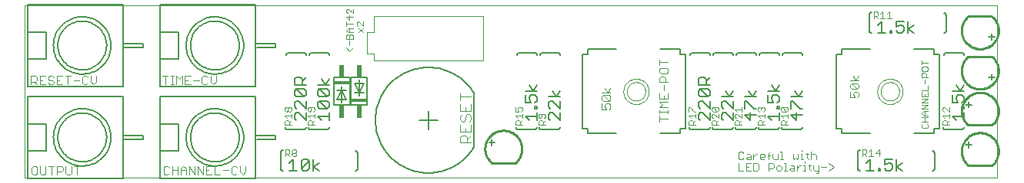
<source format=gto>
G75*
%MOIN*%
%OFA0B0*%
%FSLAX24Y24*%
%IPPOS*%
%LPD*%
%AMOC8*
5,1,8,0,0,1.08239X$1,22.5*
%
%ADD10C,0.0010*%
%ADD11C,0.0020*%
%ADD12C,0.0030*%
%ADD13C,0.0080*%
%ADD14C,0.0050*%
%ADD15C,0.0060*%
%ADD16R,0.0700X0.0150*%
%ADD17R,0.0200X0.0550*%
%ADD18C,0.0040*%
%ADD19C,0.0100*%
%ADD20C,0.0031*%
%ADD21C,0.0024*%
D10*
X007994Y004807D02*
X050120Y004807D01*
X050120Y012287D01*
X007994Y012287D01*
X007994Y004807D01*
D11*
X021938Y010484D02*
X022079Y010297D01*
X022219Y010484D01*
X022079Y010573D02*
X022079Y010760D01*
X022079Y010849D02*
X022079Y010989D01*
X022125Y011036D01*
X022172Y011036D01*
X022219Y010989D01*
X022219Y010849D01*
X021938Y010849D01*
X021938Y010989D01*
X021985Y011036D01*
X022032Y011036D01*
X022079Y010989D01*
X022079Y011125D02*
X022079Y011312D01*
X022032Y011312D02*
X022219Y011312D01*
X022219Y011495D02*
X021938Y011495D01*
X021938Y011402D02*
X021938Y011588D01*
X022079Y011678D02*
X022079Y011865D01*
X021985Y011954D02*
X021938Y012001D01*
X021938Y012094D01*
X021985Y012141D01*
X022032Y012141D01*
X022219Y011954D01*
X022219Y012141D01*
X022219Y011818D02*
X021938Y011818D01*
X022079Y011678D01*
X022388Y011542D02*
X022388Y011448D01*
X022435Y011402D01*
X022482Y011312D02*
X022669Y011125D01*
X022482Y011125D02*
X022669Y011312D01*
X022669Y011402D02*
X022482Y011588D01*
X022435Y011588D01*
X022388Y011542D01*
X022669Y011588D02*
X022669Y011402D01*
X022032Y011312D02*
X021938Y011219D01*
X022032Y011125D01*
X022219Y011125D01*
X034094Y008557D02*
X034096Y008597D01*
X034102Y008636D01*
X034112Y008675D01*
X034125Y008712D01*
X034143Y008748D01*
X034164Y008782D01*
X034188Y008814D01*
X034215Y008843D01*
X034245Y008870D01*
X034277Y008893D01*
X034312Y008913D01*
X034348Y008929D01*
X034386Y008942D01*
X034425Y008951D01*
X034464Y008956D01*
X034504Y008957D01*
X034544Y008954D01*
X034583Y008947D01*
X034621Y008936D01*
X034659Y008922D01*
X034694Y008903D01*
X034727Y008882D01*
X034759Y008857D01*
X034787Y008829D01*
X034813Y008799D01*
X034835Y008766D01*
X034854Y008731D01*
X034870Y008694D01*
X034882Y008656D01*
X034890Y008617D01*
X034894Y008577D01*
X034894Y008537D01*
X034890Y008497D01*
X034882Y008458D01*
X034870Y008420D01*
X034854Y008383D01*
X034835Y008348D01*
X034813Y008315D01*
X034787Y008285D01*
X034759Y008257D01*
X034727Y008232D01*
X034694Y008211D01*
X034659Y008192D01*
X034621Y008178D01*
X034583Y008167D01*
X034544Y008160D01*
X034504Y008157D01*
X034464Y008158D01*
X034425Y008163D01*
X034386Y008172D01*
X034348Y008185D01*
X034312Y008201D01*
X034277Y008221D01*
X034245Y008244D01*
X034215Y008271D01*
X034188Y008300D01*
X034164Y008332D01*
X034143Y008366D01*
X034125Y008402D01*
X034112Y008439D01*
X034102Y008478D01*
X034096Y008517D01*
X034094Y008557D01*
X033944Y008557D02*
X033946Y008604D01*
X033952Y008650D01*
X033962Y008696D01*
X033975Y008740D01*
X033993Y008784D01*
X034014Y008825D01*
X034038Y008865D01*
X034066Y008903D01*
X034097Y008938D01*
X034131Y008970D01*
X034167Y008999D01*
X034206Y009025D01*
X034246Y009048D01*
X034289Y009067D01*
X034333Y009083D01*
X034378Y009095D01*
X034424Y009103D01*
X034471Y009107D01*
X034517Y009107D01*
X034564Y009103D01*
X034610Y009095D01*
X034655Y009083D01*
X034699Y009067D01*
X034742Y009048D01*
X034782Y009025D01*
X034821Y008999D01*
X034857Y008970D01*
X034891Y008938D01*
X034922Y008903D01*
X034950Y008865D01*
X034974Y008825D01*
X034995Y008784D01*
X035013Y008740D01*
X035026Y008696D01*
X035036Y008650D01*
X035042Y008604D01*
X035044Y008557D01*
X035042Y008510D01*
X035036Y008464D01*
X035026Y008418D01*
X035013Y008374D01*
X034995Y008330D01*
X034974Y008289D01*
X034950Y008249D01*
X034922Y008211D01*
X034891Y008176D01*
X034857Y008144D01*
X034821Y008115D01*
X034782Y008089D01*
X034742Y008066D01*
X034699Y008047D01*
X034655Y008031D01*
X034610Y008019D01*
X034564Y008011D01*
X034517Y008007D01*
X034471Y008007D01*
X034424Y008011D01*
X034378Y008019D01*
X034333Y008031D01*
X034289Y008047D01*
X034246Y008066D01*
X034206Y008089D01*
X034167Y008115D01*
X034131Y008144D01*
X034097Y008176D01*
X034066Y008211D01*
X034038Y008249D01*
X034014Y008289D01*
X033993Y008330D01*
X033975Y008374D01*
X033962Y008418D01*
X033952Y008464D01*
X033946Y008510D01*
X033944Y008557D01*
X045094Y008557D02*
X045096Y008597D01*
X045102Y008636D01*
X045112Y008675D01*
X045125Y008712D01*
X045143Y008748D01*
X045164Y008782D01*
X045188Y008814D01*
X045215Y008843D01*
X045245Y008870D01*
X045277Y008893D01*
X045312Y008913D01*
X045348Y008929D01*
X045386Y008942D01*
X045425Y008951D01*
X045464Y008956D01*
X045504Y008957D01*
X045544Y008954D01*
X045583Y008947D01*
X045621Y008936D01*
X045659Y008922D01*
X045694Y008903D01*
X045727Y008882D01*
X045759Y008857D01*
X045787Y008829D01*
X045813Y008799D01*
X045835Y008766D01*
X045854Y008731D01*
X045870Y008694D01*
X045882Y008656D01*
X045890Y008617D01*
X045894Y008577D01*
X045894Y008537D01*
X045890Y008497D01*
X045882Y008458D01*
X045870Y008420D01*
X045854Y008383D01*
X045835Y008348D01*
X045813Y008315D01*
X045787Y008285D01*
X045759Y008257D01*
X045727Y008232D01*
X045694Y008211D01*
X045659Y008192D01*
X045621Y008178D01*
X045583Y008167D01*
X045544Y008160D01*
X045504Y008157D01*
X045464Y008158D01*
X045425Y008163D01*
X045386Y008172D01*
X045348Y008185D01*
X045312Y008201D01*
X045277Y008221D01*
X045245Y008244D01*
X045215Y008271D01*
X045188Y008300D01*
X045164Y008332D01*
X045143Y008366D01*
X045125Y008402D01*
X045112Y008439D01*
X045102Y008478D01*
X045096Y008517D01*
X045094Y008557D01*
X044944Y008557D02*
X044946Y008604D01*
X044952Y008650D01*
X044962Y008696D01*
X044975Y008740D01*
X044993Y008784D01*
X045014Y008825D01*
X045038Y008865D01*
X045066Y008903D01*
X045097Y008938D01*
X045131Y008970D01*
X045167Y008999D01*
X045206Y009025D01*
X045246Y009048D01*
X045289Y009067D01*
X045333Y009083D01*
X045378Y009095D01*
X045424Y009103D01*
X045471Y009107D01*
X045517Y009107D01*
X045564Y009103D01*
X045610Y009095D01*
X045655Y009083D01*
X045699Y009067D01*
X045742Y009048D01*
X045782Y009025D01*
X045821Y008999D01*
X045857Y008970D01*
X045891Y008938D01*
X045922Y008903D01*
X045950Y008865D01*
X045974Y008825D01*
X045995Y008784D01*
X046013Y008740D01*
X046026Y008696D01*
X046036Y008650D01*
X046042Y008604D01*
X046044Y008557D01*
X046042Y008510D01*
X046036Y008464D01*
X046026Y008418D01*
X046013Y008374D01*
X045995Y008330D01*
X045974Y008289D01*
X045950Y008249D01*
X045922Y008211D01*
X045891Y008176D01*
X045857Y008144D01*
X045821Y008115D01*
X045782Y008089D01*
X045742Y008066D01*
X045699Y008047D01*
X045655Y008031D01*
X045610Y008019D01*
X045564Y008011D01*
X045517Y008007D01*
X045471Y008007D01*
X045424Y008011D01*
X045378Y008019D01*
X045333Y008031D01*
X045289Y008047D01*
X045246Y008066D01*
X045206Y008089D01*
X045167Y008115D01*
X045131Y008144D01*
X045097Y008176D01*
X045066Y008211D01*
X045038Y008249D01*
X045014Y008289D01*
X044993Y008330D01*
X044975Y008374D01*
X044962Y008418D01*
X044952Y008464D01*
X044946Y008510D01*
X044944Y008557D01*
X046866Y008527D02*
X046866Y008340D01*
X047146Y008340D01*
X047146Y008527D01*
X047146Y008617D02*
X046866Y008617D01*
X047006Y008434D02*
X047006Y008340D01*
X047146Y008251D02*
X046866Y008251D01*
X046866Y008064D02*
X047146Y008251D01*
X047146Y008064D02*
X046866Y008064D01*
X046866Y007975D02*
X047146Y007975D01*
X046866Y007788D01*
X047146Y007788D01*
X047146Y007698D02*
X046959Y007698D01*
X046866Y007605D01*
X046959Y007512D01*
X047146Y007512D01*
X047146Y007422D02*
X046866Y007422D01*
X047006Y007422D02*
X047006Y007235D01*
X047099Y007146D02*
X047146Y007099D01*
X047146Y007006D01*
X047099Y006959D01*
X046912Y006959D01*
X046866Y007006D01*
X046866Y007099D01*
X046912Y007146D01*
X046866Y007235D02*
X047146Y007235D01*
X047006Y007512D02*
X047006Y007698D01*
X047146Y008617D02*
X047146Y008803D01*
X047006Y008893D02*
X047006Y009080D01*
X047052Y009169D02*
X047052Y009309D01*
X047006Y009356D01*
X046912Y009356D01*
X046866Y009309D01*
X046866Y009169D01*
X047146Y009169D01*
X047099Y009445D02*
X046912Y009445D01*
X046866Y009492D01*
X046866Y009585D01*
X046912Y009632D01*
X047099Y009632D01*
X047146Y009585D01*
X047146Y009492D01*
X047099Y009445D01*
X046866Y009722D02*
X046866Y009908D01*
X046866Y009815D02*
X047146Y009815D01*
D12*
X044139Y009222D02*
X044015Y009036D01*
X043892Y009222D01*
X043768Y009036D02*
X044139Y009036D01*
X044077Y008915D02*
X044139Y008853D01*
X044139Y008730D01*
X044077Y008668D01*
X043830Y008915D01*
X044077Y008915D01*
X043830Y008915D02*
X043768Y008853D01*
X043768Y008730D01*
X043830Y008668D01*
X044077Y008668D01*
X044077Y008547D02*
X044139Y008485D01*
X044139Y008362D01*
X044077Y008300D01*
X043953Y008300D02*
X043892Y008423D01*
X043892Y008485D01*
X043953Y008547D01*
X044077Y008547D01*
X043953Y008300D02*
X043768Y008300D01*
X043768Y008547D01*
X041060Y007830D02*
X041060Y007734D01*
X041011Y007685D01*
X040818Y007879D01*
X041011Y007879D01*
X041060Y007830D01*
X041011Y007685D02*
X040818Y007685D01*
X040770Y007734D01*
X040770Y007830D01*
X040818Y007879D01*
X040060Y007830D02*
X040060Y007734D01*
X040011Y007685D01*
X040060Y007584D02*
X040060Y007391D01*
X040060Y007487D02*
X039770Y007487D01*
X039866Y007391D01*
X039818Y007289D02*
X039915Y007289D01*
X039963Y007241D01*
X039963Y007096D01*
X039963Y007193D02*
X040060Y007289D01*
X040060Y007096D02*
X039770Y007096D01*
X039770Y007241D01*
X039818Y007289D01*
X039060Y007289D02*
X038963Y007193D01*
X038963Y007241D02*
X038963Y007096D01*
X039060Y007096D02*
X038770Y007096D01*
X038770Y007241D01*
X038818Y007289D01*
X038915Y007289D01*
X038963Y007241D01*
X039060Y007391D02*
X038866Y007584D01*
X038818Y007584D01*
X038770Y007536D01*
X038770Y007439D01*
X038818Y007391D01*
X039060Y007391D02*
X039060Y007584D01*
X039060Y007685D02*
X039060Y007879D01*
X039060Y007782D02*
X038770Y007782D01*
X038866Y007685D01*
X039770Y007734D02*
X039770Y007830D01*
X039818Y007879D01*
X039866Y007879D01*
X039915Y007830D01*
X039963Y007879D01*
X040011Y007879D01*
X040060Y007830D01*
X039915Y007830D02*
X039915Y007782D01*
X039818Y007685D02*
X039770Y007734D01*
X040770Y007487D02*
X040866Y007391D01*
X040818Y007289D02*
X040915Y007289D01*
X040963Y007241D01*
X040963Y007096D01*
X040963Y007193D02*
X041060Y007289D01*
X041060Y007391D02*
X041060Y007584D01*
X041060Y007487D02*
X040770Y007487D01*
X040818Y007289D02*
X040770Y007241D01*
X040770Y007096D01*
X041060Y007096D01*
X038060Y007096D02*
X037770Y007096D01*
X037770Y007241D01*
X037818Y007289D01*
X037915Y007289D01*
X037963Y007241D01*
X037963Y007096D01*
X037963Y007193D02*
X038060Y007289D01*
X038060Y007391D02*
X037866Y007584D01*
X037818Y007584D01*
X037770Y007536D01*
X037770Y007439D01*
X037818Y007391D01*
X038060Y007391D02*
X038060Y007584D01*
X038011Y007685D02*
X037818Y007879D01*
X038011Y007879D01*
X038060Y007830D01*
X038060Y007734D01*
X038011Y007685D01*
X037818Y007685D01*
X037770Y007734D01*
X037770Y007830D01*
X037818Y007879D01*
X037060Y007685D02*
X037011Y007685D01*
X036818Y007879D01*
X036770Y007879D01*
X036770Y007685D01*
X036770Y007487D02*
X037060Y007487D01*
X037060Y007391D02*
X037060Y007584D01*
X036866Y007391D02*
X036770Y007487D01*
X036818Y007289D02*
X036915Y007289D01*
X036963Y007241D01*
X036963Y007096D01*
X036963Y007193D02*
X037060Y007289D01*
X037060Y007096D02*
X036770Y007096D01*
X036770Y007241D01*
X036818Y007289D01*
X035879Y007371D02*
X035508Y007371D01*
X035508Y007248D02*
X035508Y007495D01*
X035508Y007616D02*
X035508Y007740D01*
X035508Y007678D02*
X035879Y007678D01*
X035879Y007616D02*
X035879Y007740D01*
X035879Y007862D02*
X035508Y007862D01*
X035632Y007985D01*
X035508Y008109D01*
X035879Y008109D01*
X035879Y008230D02*
X035879Y008477D01*
X035694Y008598D02*
X035694Y008845D01*
X035755Y008967D02*
X035755Y009152D01*
X035694Y009214D01*
X035570Y009214D01*
X035508Y009152D01*
X035508Y008967D01*
X035879Y008967D01*
X035817Y009335D02*
X035879Y009397D01*
X035879Y009520D01*
X035817Y009582D01*
X035570Y009582D01*
X035508Y009520D01*
X035508Y009397D01*
X035570Y009335D01*
X035817Y009335D01*
X035508Y009703D02*
X035508Y009950D01*
X035508Y009827D02*
X035879Y009827D01*
X033379Y008700D02*
X033255Y008515D01*
X033132Y008700D01*
X033008Y008515D02*
X033379Y008515D01*
X033317Y008393D02*
X033070Y008393D01*
X033317Y008146D01*
X033379Y008208D01*
X033379Y008332D01*
X033317Y008393D01*
X033317Y008146D02*
X033070Y008146D01*
X033008Y008208D01*
X033008Y008332D01*
X033070Y008393D01*
X033008Y008025D02*
X033008Y007778D01*
X033194Y007778D01*
X033132Y007902D01*
X033132Y007963D01*
X033194Y008025D01*
X033317Y008025D01*
X033379Y007963D01*
X033379Y007840D01*
X033317Y007778D01*
X035508Y008230D02*
X035508Y008477D01*
X035694Y008354D02*
X035694Y008230D01*
X035879Y008230D02*
X035508Y008230D01*
X030560Y007536D02*
X030511Y007584D01*
X030318Y007584D01*
X030270Y007536D01*
X030270Y007439D01*
X030318Y007391D01*
X030366Y007391D01*
X030415Y007439D01*
X030415Y007584D01*
X030560Y007536D02*
X030560Y007439D01*
X030511Y007391D01*
X030560Y007289D02*
X030463Y007193D01*
X030463Y007241D02*
X030463Y007096D01*
X030560Y007096D02*
X030270Y007096D01*
X030270Y007241D01*
X030318Y007289D01*
X030415Y007289D01*
X030463Y007241D01*
X029560Y007289D02*
X029463Y007193D01*
X029463Y007241D02*
X029463Y007096D01*
X029560Y007096D02*
X029270Y007096D01*
X029270Y007241D01*
X029318Y007289D01*
X029415Y007289D01*
X029463Y007241D01*
X029366Y007391D02*
X029270Y007487D01*
X029560Y007487D01*
X029560Y007391D02*
X029560Y007584D01*
X029511Y007685D02*
X029560Y007734D01*
X029560Y007830D01*
X029511Y007879D01*
X029415Y007879D01*
X029366Y007830D01*
X029366Y007782D01*
X029415Y007685D01*
X029270Y007685D01*
X029270Y007879D01*
X020560Y007830D02*
X020560Y007734D01*
X020511Y007685D01*
X020415Y007734D02*
X020415Y007879D01*
X020511Y007879D02*
X020318Y007879D01*
X020270Y007830D01*
X020270Y007734D01*
X020318Y007685D01*
X020366Y007685D01*
X020415Y007734D01*
X020560Y007830D02*
X020511Y007879D01*
X020560Y007584D02*
X020560Y007391D01*
X020560Y007487D02*
X020270Y007487D01*
X020366Y007391D01*
X020318Y007289D02*
X020415Y007289D01*
X020463Y007241D01*
X020463Y007096D01*
X020463Y007193D02*
X020560Y007289D01*
X020560Y007096D02*
X020270Y007096D01*
X020270Y007241D01*
X020318Y007289D01*
X019560Y007289D02*
X019463Y007193D01*
X019463Y007241D02*
X019463Y007096D01*
X019560Y007096D02*
X019270Y007096D01*
X019270Y007241D01*
X019318Y007289D01*
X019415Y007289D01*
X019463Y007241D01*
X019366Y007391D02*
X019270Y007487D01*
X019560Y007487D01*
X019560Y007391D02*
X019560Y007584D01*
X019511Y007685D02*
X019463Y007685D01*
X019415Y007734D01*
X019415Y007830D01*
X019463Y007879D01*
X019511Y007879D01*
X019560Y007830D01*
X019560Y007734D01*
X019511Y007685D01*
X019415Y007734D02*
X019366Y007685D01*
X019318Y007685D01*
X019270Y007734D01*
X019270Y007830D01*
X019318Y007879D01*
X019366Y007879D01*
X019415Y007830D01*
X016297Y008985D02*
X016174Y008862D01*
X016050Y008985D01*
X016050Y009232D01*
X015929Y009170D02*
X015867Y009232D01*
X015744Y009232D01*
X015682Y009170D01*
X015682Y008923D01*
X015744Y008862D01*
X015867Y008862D01*
X015929Y008923D01*
X016297Y008985D02*
X016297Y009232D01*
X015561Y009047D02*
X015314Y009047D01*
X015192Y009232D02*
X014945Y009232D01*
X014945Y008862D01*
X015192Y008862D01*
X015069Y009047D02*
X014945Y009047D01*
X014824Y009232D02*
X014824Y008862D01*
X014577Y008862D02*
X014577Y009232D01*
X014701Y009109D01*
X014824Y009232D01*
X014455Y009232D02*
X014332Y009232D01*
X014393Y009232D02*
X014393Y008862D01*
X014332Y008862D02*
X014455Y008862D01*
X014087Y008862D02*
X014087Y009232D01*
X014210Y009232D02*
X013963Y009232D01*
X011107Y009232D02*
X011107Y008985D01*
X010984Y008862D01*
X010860Y008985D01*
X010860Y009232D01*
X010739Y009170D02*
X010677Y009232D01*
X010554Y009232D01*
X010492Y009170D01*
X010492Y008923D01*
X010554Y008862D01*
X010677Y008862D01*
X010739Y008923D01*
X010371Y009047D02*
X010124Y009047D01*
X010002Y009232D02*
X009755Y009232D01*
X009634Y009232D02*
X009387Y009232D01*
X009387Y008862D01*
X009634Y008862D01*
X009511Y009047D02*
X009387Y009047D01*
X009266Y008985D02*
X009266Y008923D01*
X009204Y008862D01*
X009081Y008862D01*
X009019Y008923D01*
X008897Y008862D02*
X008650Y008862D01*
X008650Y009232D01*
X008897Y009232D01*
X009019Y009170D02*
X009019Y009109D01*
X009081Y009047D01*
X009204Y009047D01*
X009266Y008985D01*
X009266Y009170D02*
X009204Y009232D01*
X009081Y009232D01*
X009019Y009170D01*
X008774Y009047D02*
X008650Y009047D01*
X008529Y009047D02*
X008467Y008985D01*
X008282Y008985D01*
X008282Y008862D02*
X008282Y009232D01*
X008467Y009232D01*
X008529Y009170D01*
X008529Y009047D01*
X008406Y008985D02*
X008529Y008862D01*
X009879Y008862D02*
X009879Y009232D01*
X019283Y006031D02*
X019428Y006031D01*
X019476Y005982D01*
X019476Y005886D01*
X019428Y005837D01*
X019283Y005837D01*
X019283Y005741D02*
X019283Y006031D01*
X019380Y005837D02*
X019476Y005741D01*
X019578Y005789D02*
X019626Y005741D01*
X019723Y005741D01*
X019771Y005789D01*
X019771Y005837D01*
X019723Y005886D01*
X019626Y005886D01*
X019578Y005934D01*
X019578Y005982D01*
X019626Y006031D01*
X019723Y006031D01*
X019771Y005982D01*
X019771Y005934D01*
X019723Y005886D01*
X019626Y005886D02*
X019578Y005837D01*
X019578Y005789D01*
X017577Y005312D02*
X017577Y005065D01*
X017454Y004942D01*
X017330Y005065D01*
X017330Y005312D01*
X017209Y005250D02*
X017147Y005312D01*
X017024Y005312D01*
X016962Y005250D01*
X016962Y005003D01*
X017024Y004942D01*
X017147Y004942D01*
X017209Y005003D01*
X016841Y005127D02*
X016594Y005127D01*
X016225Y005312D02*
X016225Y004942D01*
X016472Y004942D01*
X016104Y004942D02*
X015857Y004942D01*
X015857Y005312D01*
X016104Y005312D01*
X015981Y005127D02*
X015857Y005127D01*
X015736Y004942D02*
X015736Y005312D01*
X015489Y005312D02*
X015736Y004942D01*
X015489Y004942D02*
X015489Y005312D01*
X015367Y005312D02*
X015367Y004942D01*
X015120Y005312D01*
X015120Y004942D01*
X014999Y004942D02*
X014999Y005189D01*
X014876Y005312D01*
X014752Y005189D01*
X014752Y004942D01*
X014631Y004942D02*
X014631Y005312D01*
X014631Y005127D02*
X014384Y005127D01*
X014262Y005250D02*
X014201Y005312D01*
X014077Y005312D01*
X014016Y005250D01*
X014016Y005003D01*
X014077Y004942D01*
X014201Y004942D01*
X014262Y005003D01*
X014384Y004942D02*
X014384Y005312D01*
X014752Y005127D02*
X014999Y005127D01*
X010387Y005312D02*
X010140Y005312D01*
X010019Y005312D02*
X010019Y005003D01*
X009957Y004942D01*
X009834Y004942D01*
X009772Y005003D01*
X009772Y005312D01*
X009651Y005250D02*
X009589Y005312D01*
X009404Y005312D01*
X009404Y004942D01*
X009404Y005065D02*
X009589Y005065D01*
X009651Y005127D01*
X009651Y005250D01*
X009282Y005312D02*
X009035Y005312D01*
X008914Y005312D02*
X008914Y005003D01*
X008852Y004942D01*
X008729Y004942D01*
X008667Y005003D01*
X008667Y005312D01*
X008546Y005250D02*
X008484Y005312D01*
X008361Y005312D01*
X008299Y005250D01*
X008299Y005003D01*
X008361Y004942D01*
X008484Y004942D01*
X008546Y005003D01*
X008546Y005250D01*
X009159Y005312D02*
X009159Y004942D01*
X010264Y004942D02*
X010264Y005312D01*
X038919Y005432D02*
X038919Y005102D01*
X039139Y005102D01*
X039250Y005102D02*
X039470Y005102D01*
X039582Y005102D02*
X039747Y005102D01*
X039802Y005157D01*
X039802Y005377D01*
X039747Y005432D01*
X039582Y005432D01*
X039582Y005102D01*
X039360Y005267D02*
X039250Y005267D01*
X039250Y005432D02*
X039250Y005102D01*
X039250Y005432D02*
X039470Y005432D01*
X040245Y005432D02*
X040410Y005432D01*
X040465Y005377D01*
X040465Y005267D01*
X040410Y005212D01*
X040245Y005212D01*
X040245Y005102D02*
X040245Y005432D01*
X040576Y005267D02*
X040576Y005157D01*
X040631Y005102D01*
X040741Y005102D01*
X040796Y005157D01*
X040796Y005267D01*
X040741Y005322D01*
X040631Y005322D01*
X040576Y005267D01*
X040908Y005432D02*
X040963Y005432D01*
X040963Y005102D01*
X040908Y005102D02*
X041018Y005102D01*
X041129Y005157D02*
X041184Y005102D01*
X041349Y005102D01*
X041349Y005267D01*
X041294Y005322D01*
X041184Y005322D01*
X041184Y005212D02*
X041349Y005212D01*
X041460Y005212D02*
X041570Y005322D01*
X041625Y005322D01*
X041736Y005322D02*
X041791Y005322D01*
X041791Y005102D01*
X041736Y005102D02*
X041846Y005102D01*
X042012Y005157D02*
X042067Y005102D01*
X042012Y005157D02*
X042012Y005377D01*
X041957Y005322D02*
X042067Y005322D01*
X042178Y005322D02*
X042178Y005157D01*
X042233Y005102D01*
X042398Y005102D01*
X042398Y005047D02*
X042343Y004992D01*
X042288Y004992D01*
X042398Y005047D02*
X042398Y005322D01*
X042510Y005267D02*
X042730Y005267D01*
X042841Y005432D02*
X043061Y005267D01*
X042841Y005102D01*
X041791Y005432D02*
X041791Y005487D01*
X041736Y005606D02*
X041626Y005606D01*
X041681Y005606D02*
X041681Y005826D01*
X041626Y005826D01*
X041515Y005826D02*
X041515Y005661D01*
X041459Y005606D01*
X041404Y005661D01*
X041349Y005606D01*
X041294Y005661D01*
X041294Y005826D01*
X041681Y005936D02*
X041681Y005991D01*
X041847Y005826D02*
X041957Y005826D01*
X041902Y005881D02*
X041902Y005661D01*
X041957Y005606D01*
X042068Y005606D02*
X042068Y005936D01*
X042123Y005826D02*
X042068Y005771D01*
X042123Y005826D02*
X042233Y005826D01*
X042288Y005771D01*
X042288Y005606D01*
X041460Y005322D02*
X041460Y005102D01*
X041184Y005212D02*
X041129Y005157D01*
X040852Y005606D02*
X040742Y005606D01*
X040797Y005606D02*
X040797Y005936D01*
X040742Y005936D01*
X040631Y005826D02*
X040631Y005606D01*
X040465Y005606D01*
X040410Y005661D01*
X040410Y005826D01*
X040299Y005771D02*
X040189Y005771D01*
X040078Y005771D02*
X040078Y005716D01*
X039858Y005716D01*
X039858Y005661D02*
X039858Y005771D01*
X039913Y005826D01*
X040023Y005826D01*
X040078Y005771D01*
X040023Y005606D02*
X039913Y005606D01*
X039858Y005661D01*
X039747Y005826D02*
X039692Y005826D01*
X039582Y005716D01*
X039582Y005606D02*
X039582Y005826D01*
X039470Y005771D02*
X039470Y005606D01*
X039305Y005606D01*
X039250Y005661D01*
X039305Y005716D01*
X039470Y005716D01*
X039470Y005771D02*
X039415Y005826D01*
X039305Y005826D01*
X039139Y005881D02*
X039084Y005936D01*
X038974Y005936D01*
X038919Y005881D01*
X038919Y005661D01*
X038974Y005606D01*
X039084Y005606D01*
X039139Y005661D01*
X040244Y005606D02*
X040244Y005881D01*
X040299Y005936D01*
X044283Y006031D02*
X044283Y005741D01*
X044283Y005837D02*
X044428Y005837D01*
X044476Y005886D01*
X044476Y005982D01*
X044428Y006031D01*
X044283Y006031D01*
X044380Y005837D02*
X044476Y005741D01*
X044578Y005741D02*
X044771Y005741D01*
X044674Y005741D02*
X044674Y006031D01*
X044578Y005934D01*
X044872Y005886D02*
X045017Y006031D01*
X045017Y005741D01*
X045066Y005886D02*
X044872Y005886D01*
X047770Y007096D02*
X047770Y007241D01*
X047818Y007289D01*
X047915Y007289D01*
X047963Y007241D01*
X047963Y007096D01*
X047963Y007193D02*
X048060Y007289D01*
X048060Y007391D02*
X048060Y007584D01*
X048060Y007487D02*
X047770Y007487D01*
X047866Y007391D01*
X047770Y007096D02*
X048060Y007096D01*
X048060Y007685D02*
X047866Y007879D01*
X047818Y007879D01*
X047770Y007830D01*
X047770Y007734D01*
X047818Y007685D01*
X048060Y007685D02*
X048060Y007879D01*
X045566Y011741D02*
X045372Y011741D01*
X045469Y011741D02*
X045469Y012031D01*
X045372Y011934D01*
X045271Y011741D02*
X045078Y011741D01*
X045174Y011741D02*
X045174Y012031D01*
X045078Y011934D01*
X044976Y011886D02*
X044928Y011837D01*
X044783Y011837D01*
X044783Y011741D02*
X044783Y012031D01*
X044928Y012031D01*
X044976Y011982D01*
X044976Y011886D01*
X044880Y011837D02*
X044976Y011741D01*
D13*
X044647Y010387D02*
X043387Y010387D01*
X043387Y010171D01*
X043171Y010171D01*
X043171Y006943D01*
X043387Y006943D01*
X043387Y006726D01*
X044647Y006726D01*
X046537Y006726D02*
X047403Y006726D01*
X047403Y006943D01*
X047620Y006943D01*
X047620Y010171D01*
X047403Y010171D01*
X047403Y010387D01*
X046537Y010387D01*
X036620Y010171D02*
X036403Y010171D01*
X036403Y010387D01*
X035537Y010387D01*
X036620Y010171D02*
X036620Y006943D01*
X036403Y006943D01*
X036403Y006726D01*
X035537Y006726D01*
X033647Y006726D02*
X032387Y006726D01*
X032387Y006943D01*
X032171Y006943D01*
X032171Y010171D01*
X032387Y010171D01*
X032387Y010387D01*
X033647Y010387D01*
D14*
X027462Y008488D02*
X027462Y006126D01*
X028119Y006330D02*
X028369Y006330D01*
X028246Y006207D02*
X028246Y006457D01*
X025887Y007307D02*
X025100Y007307D01*
X027463Y008488D02*
X027412Y008569D01*
X027359Y008647D01*
X027302Y008722D01*
X027242Y008796D01*
X027179Y008867D01*
X027113Y008935D01*
X027044Y009000D01*
X026973Y009063D01*
X026900Y009123D01*
X026823Y009179D01*
X026745Y009232D01*
X026664Y009282D01*
X026582Y009329D01*
X026498Y009372D01*
X026411Y009412D01*
X026324Y009448D01*
X026235Y009480D01*
X026144Y009509D01*
X026053Y009534D01*
X025961Y009555D01*
X025867Y009572D01*
X025773Y009586D01*
X025679Y009596D01*
X025585Y009601D01*
X025490Y009603D01*
X025395Y009601D01*
X025300Y009595D01*
X025206Y009585D01*
X025112Y009571D01*
X025019Y009553D01*
X024927Y009532D01*
X024836Y009507D01*
X024745Y009478D01*
X024656Y009445D01*
X024569Y009408D01*
X024483Y009368D01*
X024399Y009325D01*
X024316Y009278D01*
X024236Y009228D01*
X024158Y009174D01*
X024082Y009117D01*
X024008Y009058D01*
X023937Y008995D01*
X023869Y008929D01*
X023803Y008861D01*
X023741Y008789D01*
X023681Y008716D01*
X023624Y008640D01*
X023571Y008561D01*
X023521Y008481D01*
X023474Y008399D01*
X023431Y008314D01*
X023391Y008228D01*
X023355Y008141D01*
X023322Y008052D01*
X023293Y007961D01*
X023268Y007870D01*
X023247Y007778D01*
X023229Y007684D01*
X023216Y007591D01*
X023206Y007496D01*
X023200Y007402D01*
X023198Y007307D01*
X023200Y007212D01*
X023206Y007118D01*
X023216Y007023D01*
X023229Y006930D01*
X023247Y006836D01*
X023268Y006744D01*
X023293Y006653D01*
X023322Y006562D01*
X023355Y006473D01*
X023391Y006386D01*
X023431Y006300D01*
X023474Y006215D01*
X023521Y006133D01*
X023571Y006053D01*
X023624Y005974D01*
X023681Y005898D01*
X023741Y005825D01*
X023803Y005753D01*
X023869Y005685D01*
X023937Y005619D01*
X024008Y005556D01*
X024082Y005497D01*
X024158Y005440D01*
X024236Y005386D01*
X024316Y005336D01*
X024399Y005289D01*
X024483Y005246D01*
X024569Y005206D01*
X024656Y005169D01*
X024745Y005136D01*
X024836Y005107D01*
X024927Y005082D01*
X025019Y005061D01*
X025112Y005043D01*
X025206Y005029D01*
X025300Y005019D01*
X025395Y005013D01*
X025490Y005011D01*
X025585Y005013D01*
X025679Y005018D01*
X025773Y005028D01*
X025867Y005042D01*
X025961Y005059D01*
X026053Y005080D01*
X026144Y005105D01*
X026235Y005134D01*
X026324Y005166D01*
X026411Y005202D01*
X026498Y005242D01*
X026582Y005285D01*
X026664Y005332D01*
X026745Y005382D01*
X026823Y005435D01*
X026900Y005491D01*
X026973Y005551D01*
X027044Y005614D01*
X027113Y005679D01*
X027179Y005747D01*
X027242Y005818D01*
X027302Y005892D01*
X027359Y005967D01*
X027412Y006045D01*
X027463Y006126D01*
X025494Y006913D02*
X025494Y007700D01*
X018881Y006635D02*
X018881Y006478D01*
X018055Y006478D01*
X018015Y006635D02*
X018881Y006635D01*
X018015Y006635D02*
X018015Y008328D01*
X013881Y008328D01*
X013881Y007147D01*
X014669Y007147D01*
X014669Y005966D01*
X013881Y005966D01*
X013881Y007147D01*
X013131Y006635D02*
X012265Y006635D01*
X012265Y008328D01*
X008131Y008328D01*
X008131Y007147D01*
X008919Y007147D01*
X008919Y005966D01*
X008131Y005966D01*
X008131Y007147D01*
X009435Y006557D02*
X009437Y006622D01*
X009443Y006686D01*
X009453Y006750D01*
X009466Y006813D01*
X009484Y006875D01*
X009505Y006936D01*
X009530Y006996D01*
X009559Y007054D01*
X009591Y007110D01*
X009626Y007164D01*
X009665Y007215D01*
X009706Y007265D01*
X009751Y007312D01*
X009798Y007355D01*
X009848Y007396D01*
X009901Y007434D01*
X009955Y007469D01*
X010012Y007500D01*
X010070Y007527D01*
X010130Y007552D01*
X010191Y007572D01*
X010254Y007588D01*
X010317Y007601D01*
X010381Y007610D01*
X010446Y007615D01*
X010510Y007616D01*
X010575Y007613D01*
X010639Y007606D01*
X010703Y007595D01*
X010765Y007581D01*
X010827Y007562D01*
X010888Y007540D01*
X010947Y007514D01*
X011005Y007485D01*
X011060Y007452D01*
X011114Y007416D01*
X011165Y007376D01*
X011214Y007334D01*
X011260Y007289D01*
X011303Y007240D01*
X011343Y007190D01*
X011380Y007137D01*
X011414Y007082D01*
X011444Y007025D01*
X011471Y006966D01*
X011494Y006906D01*
X011513Y006844D01*
X011529Y006781D01*
X011541Y006718D01*
X011549Y006654D01*
X011553Y006589D01*
X011553Y006525D01*
X011549Y006460D01*
X011541Y006396D01*
X011529Y006333D01*
X011513Y006270D01*
X011494Y006208D01*
X011471Y006148D01*
X011444Y006089D01*
X011414Y006032D01*
X011380Y005977D01*
X011343Y005924D01*
X011303Y005874D01*
X011260Y005825D01*
X011214Y005780D01*
X011165Y005738D01*
X011114Y005698D01*
X011060Y005662D01*
X011005Y005629D01*
X010947Y005600D01*
X010888Y005574D01*
X010827Y005552D01*
X010765Y005533D01*
X010703Y005519D01*
X010639Y005508D01*
X010575Y005501D01*
X010510Y005498D01*
X010446Y005499D01*
X010381Y005504D01*
X010317Y005513D01*
X010254Y005526D01*
X010191Y005542D01*
X010130Y005562D01*
X010070Y005587D01*
X010012Y005614D01*
X009955Y005645D01*
X009901Y005680D01*
X009848Y005718D01*
X009798Y005759D01*
X009751Y005802D01*
X009706Y005849D01*
X009665Y005899D01*
X009626Y005950D01*
X009591Y006004D01*
X009559Y006060D01*
X009530Y006118D01*
X009505Y006178D01*
X009484Y006239D01*
X009466Y006301D01*
X009453Y006364D01*
X009443Y006428D01*
X009437Y006492D01*
X009435Y006557D01*
X009249Y006557D02*
X009251Y006627D01*
X009257Y006698D01*
X009267Y006767D01*
X009281Y006836D01*
X009299Y006905D01*
X009320Y006972D01*
X009345Y007038D01*
X009374Y007102D01*
X009407Y007164D01*
X009443Y007225D01*
X009483Y007283D01*
X009525Y007339D01*
X009571Y007393D01*
X009620Y007444D01*
X009671Y007492D01*
X009726Y007537D01*
X009782Y007579D01*
X009841Y007617D01*
X009902Y007652D01*
X009965Y007684D01*
X010030Y007712D01*
X010096Y007737D01*
X010163Y007757D01*
X010232Y007774D01*
X010301Y007787D01*
X010371Y007796D01*
X010441Y007801D01*
X010512Y007802D01*
X010582Y007799D01*
X010652Y007792D01*
X010722Y007781D01*
X010791Y007766D01*
X010859Y007747D01*
X010925Y007725D01*
X010991Y007699D01*
X011055Y007669D01*
X011117Y007635D01*
X011177Y007598D01*
X011234Y007558D01*
X011290Y007514D01*
X011343Y007468D01*
X011393Y007418D01*
X011440Y007366D01*
X011484Y007311D01*
X011525Y007254D01*
X011563Y007195D01*
X011598Y007133D01*
X011628Y007070D01*
X011656Y007005D01*
X011679Y006938D01*
X011699Y006871D01*
X011715Y006802D01*
X011727Y006733D01*
X011735Y006663D01*
X011739Y006592D01*
X011739Y006522D01*
X011735Y006451D01*
X011727Y006381D01*
X011715Y006312D01*
X011699Y006243D01*
X011679Y006176D01*
X011656Y006109D01*
X011628Y006044D01*
X011598Y005981D01*
X011563Y005919D01*
X011525Y005860D01*
X011484Y005803D01*
X011440Y005748D01*
X011393Y005696D01*
X011343Y005646D01*
X011290Y005600D01*
X011234Y005556D01*
X011177Y005516D01*
X011116Y005479D01*
X011055Y005445D01*
X010991Y005415D01*
X010925Y005389D01*
X010859Y005367D01*
X010791Y005348D01*
X010722Y005333D01*
X010652Y005322D01*
X010582Y005315D01*
X010512Y005312D01*
X010441Y005313D01*
X010371Y005318D01*
X010301Y005327D01*
X010232Y005340D01*
X010163Y005357D01*
X010096Y005377D01*
X010030Y005402D01*
X009965Y005430D01*
X009902Y005462D01*
X009841Y005497D01*
X009782Y005535D01*
X009726Y005577D01*
X009671Y005622D01*
X009620Y005670D01*
X009571Y005721D01*
X009525Y005775D01*
X009483Y005831D01*
X009443Y005889D01*
X009407Y005950D01*
X009374Y006012D01*
X009345Y006076D01*
X009320Y006142D01*
X009299Y006209D01*
X009281Y006278D01*
X009267Y006347D01*
X009257Y006416D01*
X009251Y006487D01*
X009249Y006557D01*
X008131Y005966D02*
X008131Y004785D01*
X012265Y004785D01*
X012265Y006635D01*
X012305Y006478D02*
X013131Y006478D01*
X013131Y006635D01*
X013881Y005966D02*
X013881Y004785D01*
X018015Y004785D01*
X018015Y006635D01*
X015185Y006557D02*
X015187Y006622D01*
X015193Y006686D01*
X015203Y006750D01*
X015216Y006813D01*
X015234Y006875D01*
X015255Y006936D01*
X015280Y006996D01*
X015309Y007054D01*
X015341Y007110D01*
X015376Y007164D01*
X015415Y007215D01*
X015456Y007265D01*
X015501Y007312D01*
X015548Y007355D01*
X015598Y007396D01*
X015651Y007434D01*
X015705Y007469D01*
X015762Y007500D01*
X015820Y007527D01*
X015880Y007552D01*
X015941Y007572D01*
X016004Y007588D01*
X016067Y007601D01*
X016131Y007610D01*
X016196Y007615D01*
X016260Y007616D01*
X016325Y007613D01*
X016389Y007606D01*
X016453Y007595D01*
X016515Y007581D01*
X016577Y007562D01*
X016638Y007540D01*
X016697Y007514D01*
X016755Y007485D01*
X016810Y007452D01*
X016864Y007416D01*
X016915Y007376D01*
X016964Y007334D01*
X017010Y007289D01*
X017053Y007240D01*
X017093Y007190D01*
X017130Y007137D01*
X017164Y007082D01*
X017194Y007025D01*
X017221Y006966D01*
X017244Y006906D01*
X017263Y006844D01*
X017279Y006781D01*
X017291Y006718D01*
X017299Y006654D01*
X017303Y006589D01*
X017303Y006525D01*
X017299Y006460D01*
X017291Y006396D01*
X017279Y006333D01*
X017263Y006270D01*
X017244Y006208D01*
X017221Y006148D01*
X017194Y006089D01*
X017164Y006032D01*
X017130Y005977D01*
X017093Y005924D01*
X017053Y005874D01*
X017010Y005825D01*
X016964Y005780D01*
X016915Y005738D01*
X016864Y005698D01*
X016810Y005662D01*
X016755Y005629D01*
X016697Y005600D01*
X016638Y005574D01*
X016577Y005552D01*
X016515Y005533D01*
X016453Y005519D01*
X016389Y005508D01*
X016325Y005501D01*
X016260Y005498D01*
X016196Y005499D01*
X016131Y005504D01*
X016067Y005513D01*
X016004Y005526D01*
X015941Y005542D01*
X015880Y005562D01*
X015820Y005587D01*
X015762Y005614D01*
X015705Y005645D01*
X015651Y005680D01*
X015598Y005718D01*
X015548Y005759D01*
X015501Y005802D01*
X015456Y005849D01*
X015415Y005899D01*
X015376Y005950D01*
X015341Y006004D01*
X015309Y006060D01*
X015280Y006118D01*
X015255Y006178D01*
X015234Y006239D01*
X015216Y006301D01*
X015203Y006364D01*
X015193Y006428D01*
X015187Y006492D01*
X015185Y006557D01*
X014999Y006557D02*
X015001Y006627D01*
X015007Y006698D01*
X015017Y006767D01*
X015031Y006836D01*
X015049Y006905D01*
X015070Y006972D01*
X015095Y007038D01*
X015124Y007102D01*
X015157Y007164D01*
X015193Y007225D01*
X015233Y007283D01*
X015275Y007339D01*
X015321Y007393D01*
X015370Y007444D01*
X015421Y007492D01*
X015476Y007537D01*
X015532Y007579D01*
X015591Y007617D01*
X015652Y007652D01*
X015715Y007684D01*
X015780Y007712D01*
X015846Y007737D01*
X015913Y007757D01*
X015982Y007774D01*
X016051Y007787D01*
X016121Y007796D01*
X016191Y007801D01*
X016262Y007802D01*
X016332Y007799D01*
X016402Y007792D01*
X016472Y007781D01*
X016541Y007766D01*
X016609Y007747D01*
X016675Y007725D01*
X016741Y007699D01*
X016805Y007669D01*
X016867Y007635D01*
X016927Y007598D01*
X016984Y007558D01*
X017040Y007514D01*
X017093Y007468D01*
X017143Y007418D01*
X017190Y007366D01*
X017234Y007311D01*
X017275Y007254D01*
X017313Y007195D01*
X017348Y007133D01*
X017378Y007070D01*
X017406Y007005D01*
X017429Y006938D01*
X017449Y006871D01*
X017465Y006802D01*
X017477Y006733D01*
X017485Y006663D01*
X017489Y006592D01*
X017489Y006522D01*
X017485Y006451D01*
X017477Y006381D01*
X017465Y006312D01*
X017449Y006243D01*
X017429Y006176D01*
X017406Y006109D01*
X017378Y006044D01*
X017348Y005981D01*
X017313Y005919D01*
X017275Y005860D01*
X017234Y005803D01*
X017190Y005748D01*
X017143Y005696D01*
X017093Y005646D01*
X017040Y005600D01*
X016984Y005556D01*
X016927Y005516D01*
X016866Y005479D01*
X016805Y005445D01*
X016741Y005415D01*
X016675Y005389D01*
X016609Y005367D01*
X016541Y005348D01*
X016472Y005333D01*
X016402Y005322D01*
X016332Y005315D01*
X016262Y005312D01*
X016191Y005313D01*
X016121Y005318D01*
X016051Y005327D01*
X015982Y005340D01*
X015913Y005357D01*
X015846Y005377D01*
X015780Y005402D01*
X015715Y005430D01*
X015652Y005462D01*
X015591Y005497D01*
X015532Y005535D01*
X015476Y005577D01*
X015421Y005622D01*
X015370Y005670D01*
X015321Y005721D01*
X015275Y005775D01*
X015233Y005831D01*
X015193Y005889D01*
X015157Y005950D01*
X015124Y006012D01*
X015095Y006076D01*
X015070Y006142D01*
X015049Y006209D01*
X015031Y006278D01*
X015017Y006347D01*
X015007Y006416D01*
X015001Y006487D01*
X014999Y006557D01*
X013881Y008785D02*
X018015Y008785D01*
X018015Y010635D01*
X018881Y010635D01*
X018881Y010478D01*
X018055Y010478D01*
X018015Y010635D02*
X018015Y012328D01*
X013881Y012328D01*
X013881Y011147D01*
X014669Y011147D01*
X014669Y009966D01*
X013881Y009966D01*
X013881Y011147D01*
X013131Y010635D02*
X012265Y010635D01*
X012265Y012328D01*
X008131Y012328D01*
X008131Y011147D01*
X008919Y011147D01*
X008919Y009966D01*
X008131Y009966D01*
X008131Y011147D01*
X009435Y010557D02*
X009437Y010622D01*
X009443Y010686D01*
X009453Y010750D01*
X009466Y010813D01*
X009484Y010875D01*
X009505Y010936D01*
X009530Y010996D01*
X009559Y011054D01*
X009591Y011110D01*
X009626Y011164D01*
X009665Y011215D01*
X009706Y011265D01*
X009751Y011312D01*
X009798Y011355D01*
X009848Y011396D01*
X009901Y011434D01*
X009955Y011469D01*
X010012Y011500D01*
X010070Y011527D01*
X010130Y011552D01*
X010191Y011572D01*
X010254Y011588D01*
X010317Y011601D01*
X010381Y011610D01*
X010446Y011615D01*
X010510Y011616D01*
X010575Y011613D01*
X010639Y011606D01*
X010703Y011595D01*
X010765Y011581D01*
X010827Y011562D01*
X010888Y011540D01*
X010947Y011514D01*
X011005Y011485D01*
X011060Y011452D01*
X011114Y011416D01*
X011165Y011376D01*
X011214Y011334D01*
X011260Y011289D01*
X011303Y011240D01*
X011343Y011190D01*
X011380Y011137D01*
X011414Y011082D01*
X011444Y011025D01*
X011471Y010966D01*
X011494Y010906D01*
X011513Y010844D01*
X011529Y010781D01*
X011541Y010718D01*
X011549Y010654D01*
X011553Y010589D01*
X011553Y010525D01*
X011549Y010460D01*
X011541Y010396D01*
X011529Y010333D01*
X011513Y010270D01*
X011494Y010208D01*
X011471Y010148D01*
X011444Y010089D01*
X011414Y010032D01*
X011380Y009977D01*
X011343Y009924D01*
X011303Y009874D01*
X011260Y009825D01*
X011214Y009780D01*
X011165Y009738D01*
X011114Y009698D01*
X011060Y009662D01*
X011005Y009629D01*
X010947Y009600D01*
X010888Y009574D01*
X010827Y009552D01*
X010765Y009533D01*
X010703Y009519D01*
X010639Y009508D01*
X010575Y009501D01*
X010510Y009498D01*
X010446Y009499D01*
X010381Y009504D01*
X010317Y009513D01*
X010254Y009526D01*
X010191Y009542D01*
X010130Y009562D01*
X010070Y009587D01*
X010012Y009614D01*
X009955Y009645D01*
X009901Y009680D01*
X009848Y009718D01*
X009798Y009759D01*
X009751Y009802D01*
X009706Y009849D01*
X009665Y009899D01*
X009626Y009950D01*
X009591Y010004D01*
X009559Y010060D01*
X009530Y010118D01*
X009505Y010178D01*
X009484Y010239D01*
X009466Y010301D01*
X009453Y010364D01*
X009443Y010428D01*
X009437Y010492D01*
X009435Y010557D01*
X009249Y010557D02*
X009251Y010627D01*
X009257Y010698D01*
X009267Y010767D01*
X009281Y010836D01*
X009299Y010905D01*
X009320Y010972D01*
X009345Y011038D01*
X009374Y011102D01*
X009407Y011164D01*
X009443Y011225D01*
X009483Y011283D01*
X009525Y011339D01*
X009571Y011393D01*
X009620Y011444D01*
X009671Y011492D01*
X009726Y011537D01*
X009782Y011579D01*
X009841Y011617D01*
X009902Y011652D01*
X009965Y011684D01*
X010030Y011712D01*
X010096Y011737D01*
X010163Y011757D01*
X010232Y011774D01*
X010301Y011787D01*
X010371Y011796D01*
X010441Y011801D01*
X010512Y011802D01*
X010582Y011799D01*
X010652Y011792D01*
X010722Y011781D01*
X010791Y011766D01*
X010859Y011747D01*
X010925Y011725D01*
X010991Y011699D01*
X011055Y011669D01*
X011117Y011635D01*
X011177Y011598D01*
X011234Y011558D01*
X011290Y011514D01*
X011343Y011468D01*
X011393Y011418D01*
X011440Y011366D01*
X011484Y011311D01*
X011525Y011254D01*
X011563Y011195D01*
X011598Y011133D01*
X011628Y011070D01*
X011656Y011005D01*
X011679Y010938D01*
X011699Y010871D01*
X011715Y010802D01*
X011727Y010733D01*
X011735Y010663D01*
X011739Y010592D01*
X011739Y010522D01*
X011735Y010451D01*
X011727Y010381D01*
X011715Y010312D01*
X011699Y010243D01*
X011679Y010176D01*
X011656Y010109D01*
X011628Y010044D01*
X011598Y009981D01*
X011563Y009919D01*
X011525Y009860D01*
X011484Y009803D01*
X011440Y009748D01*
X011393Y009696D01*
X011343Y009646D01*
X011290Y009600D01*
X011234Y009556D01*
X011177Y009516D01*
X011116Y009479D01*
X011055Y009445D01*
X010991Y009415D01*
X010925Y009389D01*
X010859Y009367D01*
X010791Y009348D01*
X010722Y009333D01*
X010652Y009322D01*
X010582Y009315D01*
X010512Y009312D01*
X010441Y009313D01*
X010371Y009318D01*
X010301Y009327D01*
X010232Y009340D01*
X010163Y009357D01*
X010096Y009377D01*
X010030Y009402D01*
X009965Y009430D01*
X009902Y009462D01*
X009841Y009497D01*
X009782Y009535D01*
X009726Y009577D01*
X009671Y009622D01*
X009620Y009670D01*
X009571Y009721D01*
X009525Y009775D01*
X009483Y009831D01*
X009443Y009889D01*
X009407Y009950D01*
X009374Y010012D01*
X009345Y010076D01*
X009320Y010142D01*
X009299Y010209D01*
X009281Y010278D01*
X009267Y010347D01*
X009257Y010416D01*
X009251Y010487D01*
X009249Y010557D01*
X008131Y009966D02*
X008131Y008785D01*
X012265Y008785D01*
X012265Y010635D01*
X012305Y010478D02*
X013131Y010478D01*
X013131Y010635D01*
X013881Y009966D02*
X013881Y008785D01*
X015185Y010557D02*
X015187Y010622D01*
X015193Y010686D01*
X015203Y010750D01*
X015216Y010813D01*
X015234Y010875D01*
X015255Y010936D01*
X015280Y010996D01*
X015309Y011054D01*
X015341Y011110D01*
X015376Y011164D01*
X015415Y011215D01*
X015456Y011265D01*
X015501Y011312D01*
X015548Y011355D01*
X015598Y011396D01*
X015651Y011434D01*
X015705Y011469D01*
X015762Y011500D01*
X015820Y011527D01*
X015880Y011552D01*
X015941Y011572D01*
X016004Y011588D01*
X016067Y011601D01*
X016131Y011610D01*
X016196Y011615D01*
X016260Y011616D01*
X016325Y011613D01*
X016389Y011606D01*
X016453Y011595D01*
X016515Y011581D01*
X016577Y011562D01*
X016638Y011540D01*
X016697Y011514D01*
X016755Y011485D01*
X016810Y011452D01*
X016864Y011416D01*
X016915Y011376D01*
X016964Y011334D01*
X017010Y011289D01*
X017053Y011240D01*
X017093Y011190D01*
X017130Y011137D01*
X017164Y011082D01*
X017194Y011025D01*
X017221Y010966D01*
X017244Y010906D01*
X017263Y010844D01*
X017279Y010781D01*
X017291Y010718D01*
X017299Y010654D01*
X017303Y010589D01*
X017303Y010525D01*
X017299Y010460D01*
X017291Y010396D01*
X017279Y010333D01*
X017263Y010270D01*
X017244Y010208D01*
X017221Y010148D01*
X017194Y010089D01*
X017164Y010032D01*
X017130Y009977D01*
X017093Y009924D01*
X017053Y009874D01*
X017010Y009825D01*
X016964Y009780D01*
X016915Y009738D01*
X016864Y009698D01*
X016810Y009662D01*
X016755Y009629D01*
X016697Y009600D01*
X016638Y009574D01*
X016577Y009552D01*
X016515Y009533D01*
X016453Y009519D01*
X016389Y009508D01*
X016325Y009501D01*
X016260Y009498D01*
X016196Y009499D01*
X016131Y009504D01*
X016067Y009513D01*
X016004Y009526D01*
X015941Y009542D01*
X015880Y009562D01*
X015820Y009587D01*
X015762Y009614D01*
X015705Y009645D01*
X015651Y009680D01*
X015598Y009718D01*
X015548Y009759D01*
X015501Y009802D01*
X015456Y009849D01*
X015415Y009899D01*
X015376Y009950D01*
X015341Y010004D01*
X015309Y010060D01*
X015280Y010118D01*
X015255Y010178D01*
X015234Y010239D01*
X015216Y010301D01*
X015203Y010364D01*
X015193Y010428D01*
X015187Y010492D01*
X015185Y010557D01*
X014999Y010557D02*
X015001Y010627D01*
X015007Y010698D01*
X015017Y010767D01*
X015031Y010836D01*
X015049Y010905D01*
X015070Y010972D01*
X015095Y011038D01*
X015124Y011102D01*
X015157Y011164D01*
X015193Y011225D01*
X015233Y011283D01*
X015275Y011339D01*
X015321Y011393D01*
X015370Y011444D01*
X015421Y011492D01*
X015476Y011537D01*
X015532Y011579D01*
X015591Y011617D01*
X015652Y011652D01*
X015715Y011684D01*
X015780Y011712D01*
X015846Y011737D01*
X015913Y011757D01*
X015982Y011774D01*
X016051Y011787D01*
X016121Y011796D01*
X016191Y011801D01*
X016262Y011802D01*
X016332Y011799D01*
X016402Y011792D01*
X016472Y011781D01*
X016541Y011766D01*
X016609Y011747D01*
X016675Y011725D01*
X016741Y011699D01*
X016805Y011669D01*
X016867Y011635D01*
X016927Y011598D01*
X016984Y011558D01*
X017040Y011514D01*
X017093Y011468D01*
X017143Y011418D01*
X017190Y011366D01*
X017234Y011311D01*
X017275Y011254D01*
X017313Y011195D01*
X017348Y011133D01*
X017378Y011070D01*
X017406Y011005D01*
X017429Y010938D01*
X017449Y010871D01*
X017465Y010802D01*
X017477Y010733D01*
X017485Y010663D01*
X017489Y010592D01*
X017489Y010522D01*
X017485Y010451D01*
X017477Y010381D01*
X017465Y010312D01*
X017449Y010243D01*
X017429Y010176D01*
X017406Y010109D01*
X017378Y010044D01*
X017348Y009981D01*
X017313Y009919D01*
X017275Y009860D01*
X017234Y009803D01*
X017190Y009748D01*
X017143Y009696D01*
X017093Y009646D01*
X017040Y009600D01*
X016984Y009556D01*
X016927Y009516D01*
X016866Y009479D01*
X016805Y009445D01*
X016741Y009415D01*
X016675Y009389D01*
X016609Y009367D01*
X016541Y009348D01*
X016472Y009333D01*
X016402Y009322D01*
X016332Y009315D01*
X016262Y009312D01*
X016191Y009313D01*
X016121Y009318D01*
X016051Y009327D01*
X015982Y009340D01*
X015913Y009357D01*
X015846Y009377D01*
X015780Y009402D01*
X015715Y009430D01*
X015652Y009462D01*
X015591Y009497D01*
X015532Y009535D01*
X015476Y009577D01*
X015421Y009622D01*
X015370Y009670D01*
X015321Y009721D01*
X015275Y009775D01*
X015233Y009831D01*
X015193Y009889D01*
X015157Y009950D01*
X015124Y010012D01*
X015095Y010076D01*
X015070Y010142D01*
X015049Y010209D01*
X015031Y010278D01*
X015017Y010347D01*
X015007Y010416D01*
X015001Y010487D01*
X014999Y010557D01*
X048769Y007980D02*
X049019Y007980D01*
X048896Y007857D02*
X048896Y008107D01*
X049891Y009056D02*
X049891Y009306D01*
X049769Y009183D02*
X050019Y009183D01*
X049891Y010806D02*
X049891Y011056D01*
X049769Y010933D02*
X050019Y010933D01*
X048896Y006357D02*
X048896Y006107D01*
X049019Y006230D02*
X048769Y006230D01*
D15*
X047427Y005867D02*
X047427Y005207D01*
X047425Y005190D01*
X047421Y005173D01*
X047414Y005157D01*
X047404Y005143D01*
X047391Y005130D01*
X047377Y005120D01*
X047361Y005113D01*
X047344Y005109D01*
X047327Y005107D01*
X046020Y005104D02*
X045770Y005270D01*
X046020Y005437D01*
X045770Y005604D02*
X045770Y005104D01*
X045588Y005187D02*
X045504Y005104D01*
X045337Y005104D01*
X045254Y005187D01*
X045254Y005354D02*
X045421Y005437D01*
X045504Y005437D01*
X045588Y005354D01*
X045588Y005187D01*
X045254Y005354D02*
X045254Y005604D01*
X045588Y005604D01*
X045080Y005187D02*
X045080Y005104D01*
X044996Y005104D01*
X044996Y005187D01*
X045080Y005187D01*
X044814Y005104D02*
X044480Y005104D01*
X044647Y005104D02*
X044647Y005604D01*
X044480Y005437D01*
X044186Y005107D02*
X044169Y005109D01*
X044152Y005113D01*
X044136Y005120D01*
X044122Y005130D01*
X044109Y005143D01*
X044099Y005157D01*
X044092Y005173D01*
X044088Y005190D01*
X044086Y005207D01*
X044086Y005907D01*
X044088Y005924D01*
X044092Y005941D01*
X044099Y005957D01*
X044109Y005971D01*
X044122Y005984D01*
X044136Y005994D01*
X044152Y006001D01*
X044169Y006005D01*
X044186Y006007D01*
X041594Y006899D02*
X040894Y006899D01*
X040877Y006901D01*
X040860Y006905D01*
X040844Y006912D01*
X040830Y006922D01*
X040817Y006935D01*
X040807Y006949D01*
X040800Y006965D01*
X040796Y006982D01*
X040794Y006999D01*
X040694Y006999D02*
X040692Y006982D01*
X040688Y006965D01*
X040681Y006949D01*
X040671Y006935D01*
X040658Y006922D01*
X040644Y006912D01*
X040628Y006905D01*
X040611Y006901D01*
X040594Y006899D01*
X039894Y006899D01*
X039877Y006901D01*
X039860Y006905D01*
X039844Y006912D01*
X039830Y006922D01*
X039817Y006935D01*
X039807Y006949D01*
X039800Y006965D01*
X039796Y006982D01*
X039794Y006999D01*
X039694Y006999D02*
X039692Y006982D01*
X039688Y006965D01*
X039681Y006949D01*
X039671Y006935D01*
X039658Y006922D01*
X039644Y006912D01*
X039628Y006905D01*
X039611Y006901D01*
X039594Y006899D01*
X038894Y006899D01*
X038877Y006901D01*
X038860Y006905D01*
X038844Y006912D01*
X038830Y006922D01*
X038817Y006935D01*
X038807Y006949D01*
X038800Y006965D01*
X038796Y006982D01*
X038794Y006999D01*
X038694Y006999D02*
X038692Y006982D01*
X038688Y006965D01*
X038681Y006949D01*
X038671Y006935D01*
X038658Y006922D01*
X038644Y006912D01*
X038628Y006905D01*
X038611Y006901D01*
X038594Y006899D01*
X037894Y006899D01*
X037877Y006901D01*
X037860Y006905D01*
X037844Y006912D01*
X037830Y006922D01*
X037817Y006935D01*
X037807Y006949D01*
X037800Y006965D01*
X037796Y006982D01*
X037794Y006999D01*
X037694Y006999D02*
X037692Y006982D01*
X037688Y006965D01*
X037681Y006949D01*
X037671Y006935D01*
X037658Y006922D01*
X037644Y006912D01*
X037628Y006905D01*
X037611Y006901D01*
X037594Y006899D01*
X036894Y006899D01*
X036877Y006901D01*
X036860Y006905D01*
X036844Y006912D01*
X036830Y006922D01*
X036817Y006935D01*
X036807Y006949D01*
X036800Y006965D01*
X036796Y006982D01*
X036794Y006999D01*
X037196Y007377D02*
X037280Y007293D01*
X037196Y007377D02*
X037196Y007544D01*
X037280Y007627D01*
X037363Y007627D01*
X037697Y007293D01*
X037697Y007627D01*
X037697Y007809D02*
X037363Y008143D01*
X037280Y008143D01*
X037196Y008059D01*
X037196Y007893D01*
X037280Y007809D01*
X037697Y007809D02*
X037697Y008143D01*
X037613Y008325D02*
X037280Y008658D01*
X037613Y008658D01*
X037697Y008575D01*
X037697Y008408D01*
X037613Y008325D01*
X037280Y008325D01*
X037196Y008408D01*
X037196Y008575D01*
X037280Y008658D01*
X037196Y008840D02*
X037196Y009091D01*
X037280Y009174D01*
X037447Y009174D01*
X037530Y009091D01*
X037530Y008840D01*
X037697Y008840D02*
X037196Y008840D01*
X037530Y009007D02*
X037697Y009174D01*
X038363Y008575D02*
X038530Y008325D01*
X038697Y008575D01*
X038697Y008325D02*
X038196Y008325D01*
X038280Y008143D02*
X038196Y008059D01*
X038196Y007893D01*
X038280Y007809D01*
X038280Y007627D02*
X038196Y007544D01*
X038196Y007377D01*
X038280Y007293D01*
X038363Y007627D02*
X038697Y007293D01*
X038697Y007627D01*
X038697Y007809D02*
X038363Y008143D01*
X038280Y008143D01*
X038697Y008143D02*
X038697Y007809D01*
X038363Y007627D02*
X038280Y007627D01*
X039196Y007544D02*
X039447Y007293D01*
X039447Y007627D01*
X039613Y007809D02*
X039697Y007809D01*
X039613Y007809D02*
X039280Y008143D01*
X039196Y008143D01*
X039196Y007809D01*
X039196Y007544D02*
X039697Y007544D01*
X040196Y007460D02*
X040363Y007293D01*
X040196Y007460D02*
X040697Y007460D01*
X040697Y007293D02*
X040697Y007627D01*
X040697Y007809D02*
X040697Y007893D01*
X040613Y007893D01*
X040613Y007809D01*
X040697Y007809D01*
X040613Y008067D02*
X040697Y008150D01*
X040697Y008317D01*
X040613Y008401D01*
X040447Y008401D01*
X040363Y008317D01*
X040363Y008234D01*
X040447Y008067D01*
X040196Y008067D01*
X040196Y008401D01*
X039697Y008325D02*
X039196Y008325D01*
X039363Y008575D02*
X039530Y008325D01*
X039697Y008575D01*
X040196Y008583D02*
X040697Y008583D01*
X040530Y008583D02*
X040363Y008833D01*
X040530Y008583D02*
X040697Y008833D01*
X041363Y008575D02*
X041530Y008325D01*
X041697Y008575D01*
X041697Y008325D02*
X041196Y008325D01*
X041196Y008143D02*
X041280Y008143D01*
X041613Y007809D01*
X041697Y007809D01*
X041447Y007627D02*
X041447Y007293D01*
X041196Y007544D01*
X041697Y007544D01*
X041196Y007809D02*
X041196Y008143D01*
X041694Y006999D02*
X041692Y006982D01*
X041688Y006965D01*
X041681Y006949D01*
X041671Y006935D01*
X041658Y006922D01*
X041644Y006912D01*
X041628Y006905D01*
X041611Y006901D01*
X041594Y006899D01*
X047327Y005967D02*
X047344Y005965D01*
X047361Y005961D01*
X047377Y005954D01*
X047391Y005944D01*
X047404Y005931D01*
X047414Y005917D01*
X047421Y005901D01*
X047425Y005884D01*
X047427Y005867D01*
X047894Y006899D02*
X048594Y006899D01*
X048611Y006901D01*
X048628Y006905D01*
X048644Y006912D01*
X048658Y006922D01*
X048671Y006935D01*
X048681Y006949D01*
X048688Y006965D01*
X048692Y006982D01*
X048694Y006999D01*
X047894Y006899D02*
X047877Y006901D01*
X047860Y006905D01*
X047844Y006912D01*
X047830Y006922D01*
X047817Y006935D01*
X047807Y006949D01*
X047800Y006965D01*
X047796Y006982D01*
X047794Y006999D01*
X048196Y007460D02*
X048363Y007293D01*
X048196Y007460D02*
X048697Y007460D01*
X048697Y007293D02*
X048697Y007627D01*
X048697Y007809D02*
X048697Y007893D01*
X048613Y007893D01*
X048613Y007809D01*
X048697Y007809D01*
X048613Y008067D02*
X048697Y008150D01*
X048697Y008317D01*
X048613Y008401D01*
X048447Y008401D01*
X048363Y008317D01*
X048363Y008234D01*
X048447Y008067D01*
X048196Y008067D01*
X048196Y008401D01*
X048196Y008583D02*
X048697Y008583D01*
X048530Y008583D02*
X048363Y008833D01*
X048530Y008583D02*
X048697Y008833D01*
X048694Y010140D02*
X048692Y010157D01*
X048688Y010174D01*
X048681Y010190D01*
X048671Y010204D01*
X048658Y010217D01*
X048644Y010227D01*
X048628Y010234D01*
X048611Y010238D01*
X048594Y010240D01*
X047933Y010240D01*
X047916Y010238D01*
X047899Y010234D01*
X047883Y010227D01*
X047869Y010217D01*
X047856Y010204D01*
X047846Y010190D01*
X047839Y010174D01*
X047835Y010157D01*
X047833Y010140D01*
X047827Y011107D02*
X047844Y011109D01*
X047861Y011113D01*
X047877Y011120D01*
X047891Y011130D01*
X047904Y011143D01*
X047914Y011157D01*
X047921Y011173D01*
X047925Y011190D01*
X047927Y011207D01*
X047927Y011867D01*
X047925Y011884D01*
X047921Y011901D01*
X047914Y011917D01*
X047904Y011931D01*
X047891Y011944D01*
X047877Y011954D01*
X047861Y011961D01*
X047844Y011965D01*
X047827Y011967D01*
X046520Y011437D02*
X046270Y011270D01*
X046520Y011104D01*
X046270Y011104D02*
X046270Y011604D01*
X046088Y011604D02*
X045754Y011604D01*
X045754Y011354D01*
X045921Y011437D01*
X046004Y011437D01*
X046088Y011354D01*
X046088Y011187D01*
X046004Y011104D01*
X045837Y011104D01*
X045754Y011187D01*
X045580Y011187D02*
X045580Y011104D01*
X045496Y011104D01*
X045496Y011187D01*
X045580Y011187D01*
X045314Y011104D02*
X044980Y011104D01*
X045147Y011104D02*
X045147Y011604D01*
X044980Y011437D01*
X044686Y011107D02*
X044669Y011109D01*
X044652Y011113D01*
X044636Y011120D01*
X044622Y011130D01*
X044609Y011143D01*
X044599Y011157D01*
X044592Y011173D01*
X044588Y011190D01*
X044586Y011207D01*
X044586Y011907D01*
X044588Y011924D01*
X044592Y011941D01*
X044599Y011957D01*
X044609Y011971D01*
X044622Y011984D01*
X044636Y011994D01*
X044652Y012001D01*
X044669Y012005D01*
X044686Y012007D01*
X041594Y010240D02*
X040933Y010240D01*
X040916Y010238D01*
X040899Y010234D01*
X040883Y010227D01*
X040869Y010217D01*
X040856Y010204D01*
X040846Y010190D01*
X040839Y010174D01*
X040835Y010157D01*
X040833Y010140D01*
X040694Y010140D02*
X040692Y010157D01*
X040688Y010174D01*
X040681Y010190D01*
X040671Y010204D01*
X040658Y010217D01*
X040644Y010227D01*
X040628Y010234D01*
X040611Y010238D01*
X040594Y010240D01*
X039933Y010240D01*
X039916Y010238D01*
X039899Y010234D01*
X039883Y010227D01*
X039869Y010217D01*
X039856Y010204D01*
X039846Y010190D01*
X039839Y010174D01*
X039835Y010157D01*
X039833Y010140D01*
X039694Y010140D02*
X039692Y010157D01*
X039688Y010174D01*
X039681Y010190D01*
X039671Y010204D01*
X039658Y010217D01*
X039644Y010227D01*
X039628Y010234D01*
X039611Y010238D01*
X039594Y010240D01*
X038933Y010240D01*
X038916Y010238D01*
X038899Y010234D01*
X038883Y010227D01*
X038869Y010217D01*
X038856Y010204D01*
X038846Y010190D01*
X038839Y010174D01*
X038835Y010157D01*
X038833Y010140D01*
X038694Y010140D02*
X038692Y010157D01*
X038688Y010174D01*
X038681Y010190D01*
X038671Y010204D01*
X038658Y010217D01*
X038644Y010227D01*
X038628Y010234D01*
X038611Y010238D01*
X038594Y010240D01*
X037933Y010240D01*
X037916Y010238D01*
X037899Y010234D01*
X037883Y010227D01*
X037869Y010217D01*
X037856Y010204D01*
X037846Y010190D01*
X037839Y010174D01*
X037835Y010157D01*
X037833Y010140D01*
X037694Y010140D02*
X037692Y010157D01*
X037688Y010174D01*
X037681Y010190D01*
X037671Y010204D01*
X037658Y010217D01*
X037644Y010227D01*
X037628Y010234D01*
X037611Y010238D01*
X037594Y010240D01*
X036933Y010240D01*
X036916Y010238D01*
X036899Y010234D01*
X036883Y010227D01*
X036869Y010217D01*
X036856Y010204D01*
X036846Y010190D01*
X036839Y010174D01*
X036835Y010157D01*
X036833Y010140D01*
X041594Y010240D02*
X041611Y010238D01*
X041628Y010234D01*
X041644Y010227D01*
X041658Y010217D01*
X041671Y010204D01*
X041681Y010190D01*
X041688Y010174D01*
X041692Y010157D01*
X041694Y010140D01*
X031194Y010140D02*
X031192Y010157D01*
X031188Y010174D01*
X031181Y010190D01*
X031171Y010204D01*
X031158Y010217D01*
X031144Y010227D01*
X031128Y010234D01*
X031111Y010238D01*
X031094Y010240D01*
X030433Y010240D01*
X030416Y010238D01*
X030399Y010234D01*
X030383Y010227D01*
X030369Y010217D01*
X030356Y010204D01*
X030346Y010190D01*
X030339Y010174D01*
X030335Y010157D01*
X030333Y010140D01*
X030194Y010140D02*
X030192Y010157D01*
X030188Y010174D01*
X030181Y010190D01*
X030171Y010204D01*
X030158Y010217D01*
X030144Y010227D01*
X030128Y010234D01*
X030111Y010238D01*
X030094Y010240D01*
X029433Y010240D01*
X029416Y010238D01*
X029399Y010234D01*
X029383Y010227D01*
X029369Y010217D01*
X029356Y010204D01*
X029346Y010190D01*
X029339Y010174D01*
X029335Y010157D01*
X029333Y010140D01*
X029863Y008833D02*
X030030Y008583D01*
X030197Y008833D01*
X030197Y008583D02*
X029696Y008583D01*
X029696Y008401D02*
X029696Y008067D01*
X029947Y008067D01*
X029863Y008234D01*
X029863Y008317D01*
X029947Y008401D01*
X030113Y008401D01*
X030197Y008317D01*
X030197Y008150D01*
X030113Y008067D01*
X030113Y007893D02*
X030197Y007893D01*
X030197Y007809D01*
X030113Y007809D01*
X030113Y007893D01*
X030197Y007627D02*
X030197Y007293D01*
X030197Y007460D02*
X029696Y007460D01*
X029863Y007293D01*
X030194Y006999D02*
X030192Y006982D01*
X030188Y006965D01*
X030181Y006949D01*
X030171Y006935D01*
X030158Y006922D01*
X030144Y006912D01*
X030128Y006905D01*
X030111Y006901D01*
X030094Y006899D01*
X029394Y006899D01*
X029377Y006901D01*
X029360Y006905D01*
X029344Y006912D01*
X029330Y006922D01*
X029317Y006935D01*
X029307Y006949D01*
X029300Y006965D01*
X029296Y006982D01*
X029294Y006999D01*
X030294Y006999D02*
X030296Y006982D01*
X030300Y006965D01*
X030307Y006949D01*
X030317Y006935D01*
X030330Y006922D01*
X030344Y006912D01*
X030360Y006905D01*
X030377Y006901D01*
X030394Y006899D01*
X031094Y006899D01*
X031111Y006901D01*
X031128Y006905D01*
X031144Y006912D01*
X031158Y006922D01*
X031171Y006935D01*
X031181Y006949D01*
X031188Y006965D01*
X031192Y006982D01*
X031194Y006999D01*
X031197Y007293D02*
X030863Y007627D01*
X030780Y007627D01*
X030696Y007544D01*
X030696Y007377D01*
X030780Y007293D01*
X031197Y007293D02*
X031197Y007627D01*
X031197Y007809D02*
X030863Y008143D01*
X030780Y008143D01*
X030696Y008059D01*
X030696Y007893D01*
X030780Y007809D01*
X031197Y007809D02*
X031197Y008143D01*
X031197Y008325D02*
X030696Y008325D01*
X030863Y008575D02*
X031030Y008325D01*
X031197Y008575D01*
X022844Y009157D02*
X022844Y007957D01*
X022144Y007957D01*
X022144Y009157D01*
X022844Y009157D01*
X022694Y008907D02*
X022494Y008507D01*
X022694Y008507D01*
X022494Y008507D02*
X022294Y008507D01*
X022494Y008507D02*
X022294Y008907D01*
X022694Y008907D01*
X022494Y009057D02*
X022494Y008507D01*
X022494Y008357D01*
X021944Y008207D02*
X021744Y008607D01*
X021544Y008607D01*
X021744Y008607D02*
X021744Y008757D01*
X021744Y008607D02*
X021944Y008607D01*
X021744Y008607D02*
X021744Y008057D01*
X021944Y008207D02*
X021544Y008207D01*
X021744Y008607D01*
X021197Y008575D02*
X021197Y008408D01*
X021113Y008325D01*
X020780Y008658D01*
X021113Y008658D01*
X021197Y008575D01*
X021197Y008840D02*
X020696Y008840D01*
X020780Y008658D02*
X020696Y008575D01*
X020696Y008408D01*
X020780Y008325D01*
X021113Y008325D01*
X021113Y008143D02*
X020780Y008143D01*
X021113Y007809D01*
X021197Y007893D01*
X021197Y008059D01*
X021113Y008143D01*
X020780Y008143D02*
X020696Y008059D01*
X020696Y007893D01*
X020780Y007809D01*
X021113Y007809D01*
X021197Y007627D02*
X021197Y007293D01*
X021197Y007460D02*
X020696Y007460D01*
X020863Y007293D01*
X020197Y007293D02*
X019863Y007627D01*
X019780Y007627D01*
X019696Y007544D01*
X019696Y007377D01*
X019780Y007293D01*
X020197Y007293D02*
X020197Y007627D01*
X020197Y007809D02*
X019863Y008143D01*
X019780Y008143D01*
X019696Y008059D01*
X019696Y007893D01*
X019780Y007809D01*
X020197Y007809D02*
X020197Y008143D01*
X020113Y008325D02*
X019780Y008325D01*
X019696Y008408D01*
X019696Y008575D01*
X019780Y008658D01*
X020113Y008325D01*
X020197Y008408D01*
X020197Y008575D01*
X020113Y008658D01*
X019780Y008658D01*
X019696Y008840D02*
X019696Y009091D01*
X019780Y009174D01*
X019947Y009174D01*
X020030Y009091D01*
X020030Y008840D01*
X020197Y008840D02*
X019696Y008840D01*
X020030Y009007D02*
X020197Y009174D01*
X020863Y009091D02*
X021030Y008840D01*
X021197Y009091D01*
X021394Y009157D02*
X022094Y009157D01*
X022094Y007957D01*
X021394Y007957D01*
X021394Y009157D01*
X021194Y010140D02*
X021192Y010157D01*
X021188Y010174D01*
X021181Y010190D01*
X021171Y010204D01*
X021158Y010217D01*
X021144Y010227D01*
X021128Y010234D01*
X021111Y010238D01*
X021094Y010240D01*
X020433Y010240D01*
X020416Y010238D01*
X020399Y010234D01*
X020383Y010227D01*
X020369Y010217D01*
X020356Y010204D01*
X020346Y010190D01*
X020339Y010174D01*
X020335Y010157D01*
X020333Y010140D01*
X020194Y010140D02*
X020192Y010157D01*
X020188Y010174D01*
X020181Y010190D01*
X020171Y010204D01*
X020158Y010217D01*
X020144Y010227D01*
X020128Y010234D01*
X020111Y010238D01*
X020094Y010240D01*
X019433Y010240D01*
X019416Y010238D01*
X019399Y010234D01*
X019383Y010227D01*
X019369Y010217D01*
X019356Y010204D01*
X019346Y010190D01*
X019339Y010174D01*
X019335Y010157D01*
X019333Y010140D01*
X019294Y006999D02*
X019296Y006982D01*
X019300Y006965D01*
X019307Y006949D01*
X019317Y006935D01*
X019330Y006922D01*
X019344Y006912D01*
X019360Y006905D01*
X019377Y006901D01*
X019394Y006899D01*
X020094Y006899D01*
X020111Y006901D01*
X020128Y006905D01*
X020144Y006912D01*
X020158Y006922D01*
X020171Y006935D01*
X020181Y006949D01*
X020188Y006965D01*
X020192Y006982D01*
X020194Y006999D01*
X020294Y006999D02*
X020296Y006982D01*
X020300Y006965D01*
X020307Y006949D01*
X020317Y006935D01*
X020330Y006922D01*
X020344Y006912D01*
X020360Y006905D01*
X020377Y006901D01*
X020394Y006899D01*
X021094Y006899D01*
X021111Y006901D01*
X021128Y006905D01*
X021144Y006912D01*
X021158Y006922D01*
X021171Y006935D01*
X021181Y006949D01*
X021188Y006965D01*
X021192Y006982D01*
X021194Y006999D01*
X022327Y005967D02*
X022344Y005965D01*
X022361Y005961D01*
X022377Y005954D01*
X022391Y005944D01*
X022404Y005931D01*
X022414Y005917D01*
X022421Y005901D01*
X022425Y005884D01*
X022427Y005867D01*
X022427Y005207D01*
X022425Y005190D01*
X022421Y005173D01*
X022414Y005157D01*
X022404Y005143D01*
X022391Y005130D01*
X022377Y005120D01*
X022361Y005113D01*
X022344Y005109D01*
X022327Y005107D01*
X020762Y005104D02*
X020512Y005270D01*
X020762Y005437D01*
X020512Y005604D02*
X020512Y005104D01*
X020330Y005187D02*
X020246Y005104D01*
X020080Y005104D01*
X019996Y005187D01*
X020330Y005521D01*
X020330Y005187D01*
X019996Y005187D02*
X019996Y005521D01*
X020080Y005604D01*
X020246Y005604D01*
X020330Y005521D01*
X019647Y005604D02*
X019480Y005437D01*
X019647Y005604D02*
X019647Y005104D01*
X019480Y005104D02*
X019814Y005104D01*
X019186Y005107D02*
X019169Y005109D01*
X019152Y005113D01*
X019136Y005120D01*
X019122Y005130D01*
X019109Y005143D01*
X019099Y005157D01*
X019092Y005173D01*
X019088Y005190D01*
X019086Y005207D01*
X019086Y005907D01*
X019088Y005924D01*
X019092Y005941D01*
X019099Y005957D01*
X019109Y005971D01*
X019122Y005984D01*
X019136Y005994D01*
X019152Y006001D01*
X019169Y006005D01*
X019186Y006007D01*
D16*
X022494Y008182D03*
X021744Y008932D03*
D17*
X021744Y009432D03*
X022494Y009432D03*
X022494Y007682D03*
X021744Y007682D03*
D18*
X026873Y007708D02*
X027334Y007708D01*
X027334Y008015D01*
X027104Y007861D02*
X027104Y007708D01*
X027180Y007554D02*
X027104Y007478D01*
X027104Y007324D01*
X027027Y007247D01*
X026950Y007247D01*
X026873Y007324D01*
X026873Y007478D01*
X026950Y007554D01*
X026873Y007708D02*
X026873Y008015D01*
X026873Y008168D02*
X026873Y008475D01*
X026873Y008322D02*
X027334Y008322D01*
X027257Y007554D02*
X027334Y007478D01*
X027334Y007324D01*
X027257Y007247D01*
X027334Y007094D02*
X027334Y006787D01*
X026873Y006787D01*
X026873Y007094D01*
X027104Y006941D02*
X027104Y006787D01*
X027104Y006634D02*
X027180Y006557D01*
X027180Y006327D01*
X027180Y006480D02*
X027334Y006634D01*
X027104Y006634D02*
X026950Y006634D01*
X026873Y006557D01*
X026873Y006327D01*
X027334Y006327D01*
X027257Y007554D02*
X027180Y007554D01*
D19*
X028325Y006738D02*
X028373Y006766D01*
X028422Y006790D01*
X028474Y006810D01*
X028526Y006827D01*
X028580Y006840D01*
X028634Y006849D01*
X028689Y006855D01*
X028744Y006857D01*
X028347Y006752D02*
X028299Y006722D01*
X028254Y006689D01*
X028211Y006653D01*
X028170Y006615D01*
X028133Y006573D01*
X028098Y006529D01*
X028067Y006483D01*
X028038Y006434D01*
X028014Y006384D01*
X027993Y006332D01*
X027975Y006278D01*
X027962Y006224D01*
X027952Y006169D01*
X027946Y006113D01*
X027944Y006057D01*
X028744Y006857D02*
X028800Y006855D01*
X028857Y006849D01*
X028912Y006839D01*
X028967Y006825D01*
X029020Y006808D01*
X029073Y006786D01*
X029123Y006761D01*
X029544Y006057D02*
X029542Y006003D01*
X029537Y005950D01*
X029528Y005896D01*
X029515Y005844D01*
X029499Y005793D01*
X029479Y005742D01*
X029457Y005693D01*
X029431Y005646D01*
X029401Y005601D01*
X029369Y005558D01*
X029334Y005517D01*
X029296Y005478D01*
X029256Y005442D01*
X029244Y005437D02*
X028244Y005437D01*
X029544Y006057D02*
X029542Y006111D01*
X029537Y006165D01*
X029528Y006218D01*
X029515Y006271D01*
X029499Y006322D01*
X029479Y006372D01*
X029456Y006421D01*
X029430Y006469D01*
X029401Y006514D01*
X029368Y006557D01*
X029333Y006598D01*
X029295Y006637D01*
X029255Y006673D01*
X029212Y006706D01*
X029167Y006736D01*
X029120Y006763D01*
X027944Y006057D02*
X027946Y006004D01*
X027951Y005950D01*
X027960Y005898D01*
X027972Y005846D01*
X027988Y005795D01*
X028007Y005745D01*
X028030Y005696D01*
X028056Y005649D01*
X028084Y005604D01*
X028116Y005561D01*
X028150Y005521D01*
X028188Y005482D01*
X028227Y005446D01*
X048894Y005337D02*
X049894Y005337D01*
X050194Y005957D02*
X050192Y006011D01*
X050187Y006065D01*
X050178Y006118D01*
X050165Y006171D01*
X050149Y006222D01*
X050129Y006272D01*
X050106Y006321D01*
X050080Y006369D01*
X050051Y006414D01*
X050018Y006457D01*
X049983Y006498D01*
X049945Y006537D01*
X049905Y006573D01*
X049862Y006606D01*
X049817Y006636D01*
X049770Y006663D01*
X049894Y007087D02*
X048894Y007087D01*
X048975Y008388D02*
X049023Y008416D01*
X049072Y008440D01*
X049124Y008460D01*
X049176Y008477D01*
X049230Y008490D01*
X049284Y008499D01*
X049339Y008505D01*
X049394Y008507D01*
X048997Y008402D02*
X048949Y008372D01*
X048904Y008339D01*
X048861Y008303D01*
X048820Y008265D01*
X048783Y008223D01*
X048748Y008179D01*
X048717Y008133D01*
X048688Y008084D01*
X048664Y008034D01*
X048643Y007982D01*
X048625Y007928D01*
X048612Y007874D01*
X048602Y007819D01*
X048596Y007763D01*
X048594Y007707D01*
X049394Y008507D02*
X049450Y008505D01*
X049507Y008499D01*
X049562Y008489D01*
X049617Y008475D01*
X049670Y008458D01*
X049723Y008436D01*
X049773Y008411D01*
X050194Y007707D02*
X050192Y007653D01*
X050187Y007600D01*
X050178Y007546D01*
X050165Y007494D01*
X050149Y007443D01*
X050129Y007392D01*
X050107Y007343D01*
X050081Y007296D01*
X050051Y007251D01*
X050019Y007208D01*
X049984Y007167D01*
X049946Y007128D01*
X049906Y007092D01*
X050194Y007707D02*
X050192Y007761D01*
X050187Y007815D01*
X050178Y007868D01*
X050165Y007921D01*
X050149Y007972D01*
X050129Y008022D01*
X050106Y008071D01*
X050080Y008119D01*
X050051Y008164D01*
X050018Y008207D01*
X049983Y008248D01*
X049945Y008287D01*
X049905Y008323D01*
X049862Y008356D01*
X049817Y008386D01*
X049770Y008413D01*
X048594Y007707D02*
X048596Y007654D01*
X048601Y007600D01*
X048610Y007548D01*
X048622Y007496D01*
X048638Y007445D01*
X048657Y007395D01*
X048680Y007346D01*
X048706Y007299D01*
X048734Y007254D01*
X048766Y007211D01*
X048800Y007171D01*
X048838Y007132D01*
X048877Y007096D01*
X048997Y006652D02*
X048949Y006622D01*
X048904Y006589D01*
X048861Y006553D01*
X048820Y006515D01*
X048783Y006473D01*
X048748Y006429D01*
X048717Y006383D01*
X048688Y006334D01*
X048664Y006284D01*
X048643Y006232D01*
X048625Y006178D01*
X048612Y006124D01*
X048602Y006069D01*
X048596Y006013D01*
X048594Y005957D01*
X048975Y006638D02*
X049023Y006666D01*
X049072Y006690D01*
X049124Y006710D01*
X049176Y006727D01*
X049230Y006740D01*
X049284Y006749D01*
X049339Y006755D01*
X049394Y006757D01*
X049450Y006755D01*
X049507Y006749D01*
X049562Y006739D01*
X049617Y006725D01*
X049670Y006708D01*
X049723Y006686D01*
X049773Y006661D01*
X050194Y005957D02*
X050192Y005903D01*
X050187Y005850D01*
X050178Y005796D01*
X050165Y005744D01*
X050149Y005693D01*
X050129Y005642D01*
X050107Y005593D01*
X050081Y005546D01*
X050051Y005501D01*
X050019Y005458D01*
X049984Y005417D01*
X049946Y005378D01*
X049906Y005342D01*
X048877Y005346D02*
X048838Y005382D01*
X048800Y005421D01*
X048766Y005461D01*
X048734Y005504D01*
X048706Y005549D01*
X048680Y005596D01*
X048657Y005645D01*
X048638Y005695D01*
X048622Y005746D01*
X048610Y005798D01*
X048601Y005850D01*
X048596Y005904D01*
X048594Y005957D01*
X049791Y008762D02*
X049839Y008792D01*
X049884Y008825D01*
X049927Y008861D01*
X049968Y008899D01*
X050005Y008941D01*
X050040Y008985D01*
X050071Y009031D01*
X050100Y009080D01*
X050124Y009130D01*
X050145Y009182D01*
X050163Y009236D01*
X050176Y009290D01*
X050186Y009345D01*
X050192Y009401D01*
X050194Y009457D01*
X049813Y008776D02*
X049765Y008748D01*
X049716Y008724D01*
X049664Y008704D01*
X049612Y008687D01*
X049558Y008674D01*
X049504Y008665D01*
X049449Y008659D01*
X049394Y008657D01*
X049338Y008659D01*
X049281Y008665D01*
X049226Y008675D01*
X049171Y008689D01*
X049118Y008706D01*
X049065Y008728D01*
X049015Y008753D01*
X048594Y009457D02*
X048596Y009511D01*
X048601Y009564D01*
X048610Y009618D01*
X048623Y009670D01*
X048639Y009721D01*
X048659Y009772D01*
X048681Y009821D01*
X048707Y009868D01*
X048737Y009913D01*
X048769Y009956D01*
X048804Y009997D01*
X048842Y010036D01*
X048882Y010072D01*
X048894Y010077D02*
X049894Y010077D01*
X048594Y009457D02*
X048596Y009403D01*
X048601Y009349D01*
X048610Y009296D01*
X048623Y009243D01*
X048639Y009192D01*
X048659Y009142D01*
X048682Y009093D01*
X048708Y009045D01*
X048737Y009000D01*
X048770Y008957D01*
X048805Y008916D01*
X048843Y008877D01*
X048883Y008841D01*
X048926Y008808D01*
X048971Y008778D01*
X049018Y008751D01*
X050194Y009457D02*
X050192Y009510D01*
X050187Y009564D01*
X050178Y009616D01*
X050166Y009668D01*
X050150Y009719D01*
X050131Y009769D01*
X050108Y009818D01*
X050082Y009865D01*
X050054Y009910D01*
X050022Y009953D01*
X049988Y009993D01*
X049950Y010032D01*
X049911Y010068D01*
X049791Y010512D02*
X049839Y010542D01*
X049884Y010575D01*
X049927Y010611D01*
X049968Y010649D01*
X050005Y010691D01*
X050040Y010735D01*
X050071Y010781D01*
X050100Y010830D01*
X050124Y010880D01*
X050145Y010932D01*
X050163Y010986D01*
X050176Y011040D01*
X050186Y011095D01*
X050192Y011151D01*
X050194Y011207D01*
X049813Y010526D02*
X049765Y010498D01*
X049716Y010474D01*
X049664Y010454D01*
X049612Y010437D01*
X049558Y010424D01*
X049504Y010415D01*
X049449Y010409D01*
X049394Y010407D01*
X049338Y010409D01*
X049281Y010415D01*
X049226Y010425D01*
X049171Y010439D01*
X049118Y010456D01*
X049065Y010478D01*
X049015Y010503D01*
X048594Y011207D02*
X048596Y011261D01*
X048601Y011314D01*
X048610Y011368D01*
X048623Y011420D01*
X048639Y011471D01*
X048659Y011522D01*
X048681Y011571D01*
X048707Y011618D01*
X048737Y011663D01*
X048769Y011706D01*
X048804Y011747D01*
X048842Y011786D01*
X048882Y011822D01*
X048894Y011827D02*
X049894Y011827D01*
X048594Y011207D02*
X048596Y011153D01*
X048601Y011099D01*
X048610Y011046D01*
X048623Y010993D01*
X048639Y010942D01*
X048659Y010892D01*
X048682Y010843D01*
X048708Y010795D01*
X048737Y010750D01*
X048770Y010707D01*
X048805Y010666D01*
X048843Y010627D01*
X048883Y010591D01*
X048926Y010558D01*
X048971Y010528D01*
X049018Y010501D01*
X050194Y011207D02*
X050192Y011260D01*
X050187Y011314D01*
X050178Y011366D01*
X050166Y011418D01*
X050150Y011469D01*
X050131Y011519D01*
X050108Y011568D01*
X050082Y011615D01*
X050054Y011660D01*
X050022Y011703D01*
X049988Y011743D01*
X049950Y011782D01*
X049911Y011818D01*
D20*
X027856Y011122D02*
X027856Y010216D01*
X023131Y010216D02*
X022817Y010216D01*
X022817Y011122D01*
X023131Y011122D01*
D21*
X023131Y011830D01*
X027856Y011830D01*
X027856Y011122D01*
X027856Y010216D02*
X027856Y009901D01*
X023131Y009901D01*
X023131Y010216D01*
M02*

</source>
